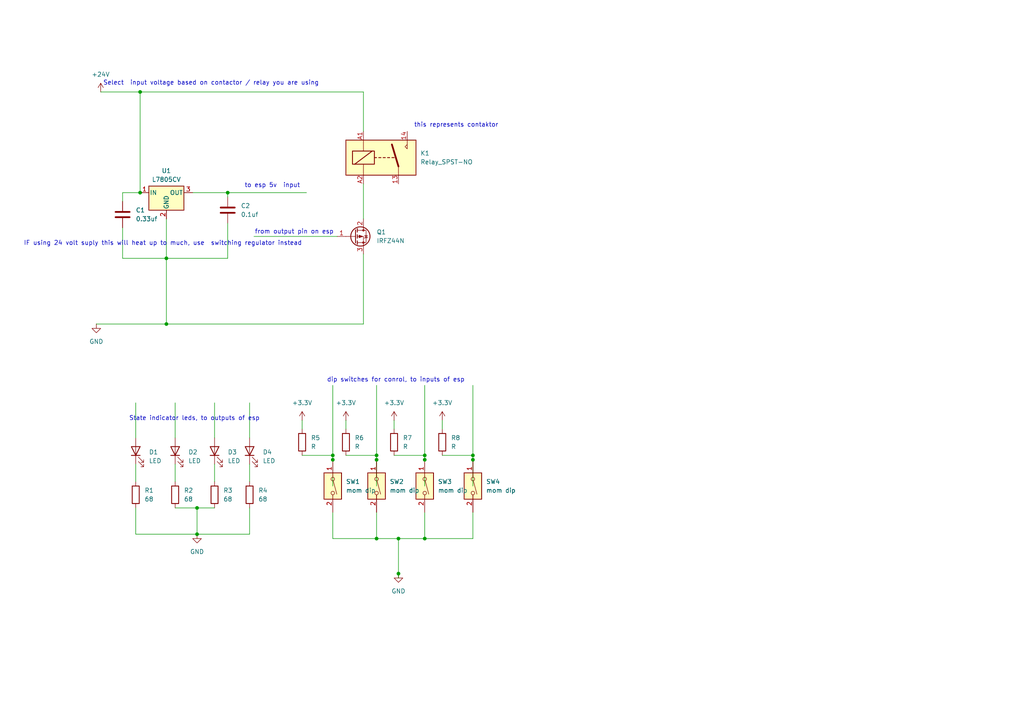
<source format=kicad_sch>
(kicad_sch (version 20231120) (generator "eeschema") (generator_version "8.0")
  (paper "A4")
  (lib_symbols
    (symbol "Device:C" (pin_numbers hide) (pin_names (offset 0.254))
      (property "Reference" "C" (at 0.635 2.54 0))
      (property "Value" "C" (at 0.635 -2.54 0))
      (symbol "C_0_1"
        (polyline (pts (xy -2.032 -0.762) (xy 2.032 -0.762)) (stroke (width 0.508)))
        (polyline (pts (xy -2.032 0.762) (xy 2.032 0.762)) (stroke (width 0.508)))
      )
      (symbol "C_1_1"
        (pin passive line (at 0 3.81 270) (length 2.794) (name "~") (number "1"))
        (pin passive line (at 0 -3.81 90) (length 2.794) (name "~") (number "2"))
      )
    )
    (symbol "Device:LED" (pin_numbers hide) (pin_names (offset 1.016) hide)
      (property "Reference" "D" (at 0 2.54 0))
      (property "Value" "LED" (at 0 -2.54 0))
      (symbol "LED_0_1"
        (polyline (pts (xy -1.27 -1.27) (xy -1.27 1.27)) (stroke (width 0.254)))
        (polyline (pts (xy -1.27 0) (xy 1.27 0)))
        (polyline (pts (xy 1.27 -1.27) (xy 1.27 1.27) (xy -1.27 0) (xy 1.27 -1.27)) (stroke (width 0.254)))
        (polyline (pts (xy -3.048 -0.762) (xy -4.572 -2.286) (xy -3.81 -2.286) (xy -4.572 -2.286) (xy -4.572 -1.524)))
        (polyline (pts (xy -1.778 -0.762) (xy -3.302 -2.286) (xy -2.54 -2.286) (xy -3.302 -2.286) (xy -3.302 -1.524)))
      )
      (symbol "LED_1_1"
        (pin passive line (at -3.81 0 0) (length 2.54) (name "K") (number "1"))
        (pin passive line (at 3.81 0 180) (length 2.54) (name "A") (number "2"))
      )
    )
    (symbol "Device:R" (pin_numbers hide) (pin_names (offset 0))
      (property "Reference" "R" (at 2.032 0 90))
      (property "Value" "R" (at 0 0 90))
      (symbol "R_0_1"
        (rectangle (start -1.016 -2.54) (end 1.016 2.54) (stroke (width 0.254)))
      )
      (symbol "R_1_1"
        (pin passive line (at 0 3.81 270) (length 1.27) (name "~") (number "1"))
        (pin passive line (at 0 -3.81 90) (length 1.27) (name "~") (number "2"))
      )
    )
    (symbol "Regulator_Linear:L7805" (pin_names (offset 0.254))
      (property "Reference" "U" (at -3.81 3.175 0))
      (property "Value" "L7805" (at 0 3.175 0))
      (symbol "L7805_0_1"
        (rectangle (start -5.08 1.905) (end 5.08 -5.08) (stroke (width 0.254)) (fill (type background)))
      )
      (symbol "L7805_1_1"
        (pin power_in line (at -7.62 0 0) (length 2.54) (name "IN") (number "1"))
        (pin power_in line (at 0 -7.62 90) (length 2.54) (name "GND") (number "2"))
        (pin power_out line (at 7.62 0 180) (length 2.54) (name "OUT") (number "3"))
      )
    )
    (symbol "Relay:Relay_SPST-NO"
      (property "Reference" "K" (at 11.43 3.81 0))
      (property "Value" "Relay_SPST-NO" (at 11.43 1.27 0))
      (symbol "Relay_SPST-NO_0_0"
        (polyline (pts (xy 7.62 5.08) (xy 7.62 2.54) (xy 6.985 3.175) (xy 7.62 3.81)))
      )
      (symbol "Relay_SPST-NO_0_1"
        (rectangle (start -10.16 5.08) (end 10.16 -5.08) (stroke (width 0.254)) (fill (type background)))
        (rectangle (start -8.255 1.905) (end -1.905 -1.905) (stroke (width 0.254)))
        (polyline (pts (xy -7.62 -1.905) (xy -2.54 1.905)) (stroke (width 0.254)))
        (polyline (pts (xy -5.08 -5.08) (xy -5.08 -1.905)))
        (polyline (pts (xy -5.08 5.08) (xy -5.08 1.905)))
        (polyline (pts (xy -1.905 0) (xy -1.27 0)) (stroke (width 0.254)))
        (polyline (pts (xy -0.635 0) (xy 0 0)) (stroke (width 0.254)))
        (polyline (pts (xy 0.635 0) (xy 1.27 0)) (stroke (width 0.254)))
        (polyline (pts (xy 1.905 0) (xy 2.54 0)) (stroke (width 0.254)))
        (polyline (pts (xy 3.175 0) (xy 3.81 0)) (stroke (width 0.254)))
        (polyline (pts (xy 5.08 -2.54) (xy 3.175 3.81)) (stroke (width 0.508)))
        (polyline (pts (xy 5.08 -2.54) (xy 5.08 -5.08)))
      )
      (symbol "Relay_SPST-NO_1_1"
        (pin passive line (at 5.08 -7.62 90) (length 2.54) (name "~") (number "13"))
        (pin passive line (at 7.62 7.62 270) (length 2.54) (name "~") (number "14"))
        (pin passive line (at -5.08 7.62 270) (length 2.54) (name "~") (number "A1"))
        (pin passive line (at -5.08 -7.62 90) (length 2.54) (name "~") (number "A2"))
      )
    )
    (symbol "Switch:SW_DIP_x01" (pin_names (offset 0) hide)
      (property "Reference" "SW" (at 0 3.81 0))
      (property "Value" "SW_DIP_x01" (at 0 -3.81 0))
      (symbol "SW_DIP_x01_0_0"
        (circle (center -2.032 0) (radius 0.508))
        (polyline (pts (xy -1.524 0.127) (xy 2.3622 1.1684)))
        (circle (center 2.032 0) (radius 0.508))
      )
      (symbol "SW_DIP_x01_0_1"
        (rectangle (start -3.81 2.54) (end 3.81 -2.54) (stroke (width 0.254)) (fill (type background)))
      )
      (symbol "SW_DIP_x01_1_1"
        (pin passive line (at -7.62 0 0) (length 5.08) (name "~") (number "1"))
        (pin passive line (at 7.62 0 180) (length 5.08) (name "~") (number "2"))
      )
    )
    (symbol "Transistor_FET:IRF4905" (pin_names hide)
      (property "Reference" "Q" (at 5.08 1.905 0))
      (property "Value" "IRF4905" (at 5.08 0 0))
      (symbol "IRF4905_0_1"
        (polyline (pts (xy 0.254 0) (xy -2.54 0)))
        (polyline (pts (xy 0.254 1.905) (xy 0.254 -1.905)) (stroke (width 0.254)))
        (polyline (pts (xy 0.762 -1.27) (xy 0.762 -2.286)) (stroke (width 0.254)))
        (polyline (pts (xy 0.762 0.508) (xy 0.762 -0.508)) (stroke (width 0.254)))
        (polyline (pts (xy 0.762 2.286) (xy 0.762 1.27)) (stroke (width 0.254)))
        (polyline (pts (xy 2.54 2.54) (xy 2.54 1.778)))
        (polyline (pts (xy 2.54 -2.54) (xy 2.54 0) (xy 0.762 0)))
        (polyline (pts (xy 0.762 1.778) (xy 3.302 1.778) (xy 3.302 -1.778) (xy 0.762 -1.778)))
        (polyline (pts (xy 2.286 0) (xy 1.27 0.381) (xy 1.27 -0.381) (xy 2.286 0)) (fill (type outline)))
        (polyline (pts (xy 2.794 -0.508) (xy 2.921 -0.381) (xy 3.683 -0.381) (xy 3.81 -0.254)))
        (polyline (pts (xy 3.302 -0.381) (xy 2.921 0.254) (xy 3.683 0.254) (xy 3.302 -0.381)))
        (circle (center 1.651 0) (radius 2.794) (stroke (width 0.254)))
        (circle (center 2.54 -1.778) (radius 0.254) (fill (type outline)))
        (circle (center 2.54 1.778) (radius 0.254) (fill (type outline)))
      )
      (symbol "IRF4905_1_1"
        (pin input line (at -5.08 0 0) (length 2.54) (name "G") (number "1"))
        (pin passive line (at 2.54 5.08 270) (length 2.54) (name "D") (number "2"))
        (pin passive line (at 2.54 -5.08 90) (length 2.54) (name "S") (number "3"))
      )
    )
    (symbol "power:+24V" (power) (pin_numbers hide) (pin_names (offset 0) hide)
      (property "Value" "+24V" (at 0 3.556 0))
      (symbol "+24V_0_1"
        (polyline (pts (xy -0.762 1.27) (xy 0 2.54)))
        (polyline (pts (xy 0 0) (xy 0 2.54)))
        (polyline (pts (xy 0 2.54) (xy 0.762 1.27)))
      )
      (symbol "+24V_1_1"
        (pin power_in line (at 0 0 90) (length 0) (name "~") (number "1"))
      )
    )
    (symbol "power:+3.3V" (power) (pin_numbers hide) (pin_names (offset 0) hide)
      (property "Value" "+3.3V" (at 0 3.556 0))
      (symbol "+3.3V_0_1"
        (polyline (pts (xy -0.762 1.27) (xy 0 2.54)))
        (polyline (pts (xy 0 0) (xy 0 2.54)))
        (polyline (pts (xy 0 2.54) (xy 0.762 1.27)))
      )
      (symbol "+3.3V_1_1"
        (pin power_in line (at 0 0 90) (length 0) (name "~") (number "1"))
      )
    )
    (symbol "power:GND" (power) (pin_numbers hide) (pin_names (offset 0) hide)
      (property "Value" "GND" (at 0 -3.81 0))
      (symbol "GND_0_1"
        (polyline (pts (xy 0 0) (xy 0 -1.27) (xy 1.27 -1.27) (xy 0 -2.54) (xy -1.27 -1.27) (xy 0 -1.27)))
      )
      (symbol "GND_1_1"
        (pin power_in line (at 0 0 270) (length 0) (name "~") (number "1"))
      )
    )
  )
  (junction (at 109.22 132.08))
  (junction (at 57.15 154.94))
  (junction (at 96.52 132.08))
  (junction (at 48.26 93.98))
  (junction (at 137.16 133.35))
  (junction (at 115.57 166.37))
  (junction (at 123.19 156.21))
  (junction (at 40.64 26.67))
  (junction (at 123.19 132.08))
  (junction (at 96.52 133.35))
  (junction (at 66.04 55.88))
  (junction (at 109.22 156.21))
  (junction (at 137.16 132.08))
  (junction (at 48.26 74.93))
  (junction (at 57.15 147.32))
  (junction (at 40.64 55.88))
  (junction (at 123.19 133.35))
  (junction (at 115.57 156.21))
  (junction (at 109.22 133.35))
  (wire (pts (xy 35.56 55.88) (xy 40.64 55.88)))
  (wire (pts (xy 96.52 132.08) (xy 96.52 133.35)))
  (wire (pts (xy 66.04 64.77) (xy 66.04 74.93)))
  (wire (pts (xy 115.57 166.37) (xy 115.57 167.64)))
  (wire (pts (xy 105.41 53.34) (xy 105.41 63.5)))
  (wire (pts (xy 57.15 154.94) (xy 57.15 147.32)))
  (wire (pts (xy 62.23 134.62) (xy 62.23 139.7)))
  (wire (pts (xy 96.52 140.97) (xy 96.52 133.35)))
  (wire (pts (xy 57.15 147.32) (xy 50.8 147.32)))
  (wire (pts (xy 109.22 140.97) (xy 109.22 133.35)))
  (wire (pts (xy 123.19 148.59) (xy 123.19 156.21)))
  (wire (pts (xy 40.64 26.67) (xy 105.41 26.67)))
  (wire (pts (xy 123.19 156.21) (xy 137.16 156.21)))
  (wire (pts (xy 57.15 154.94) (xy 39.37 154.94)))
  (wire (pts (xy 72.39 116.84) (xy 72.39 127)))
  (wire (pts (xy 73.66 68.58) (xy 97.79 68.58)))
  (wire (pts (xy 35.56 74.93) (xy 48.26 74.93)))
  (wire (pts (xy 137.16 148.59) (xy 137.16 156.21)))
  (wire (pts (xy 35.56 58.42) (xy 35.56 55.88)))
  (wire (pts (xy 109.22 111.76) (xy 109.22 132.08)))
  (wire (pts (xy 55.88 55.88) (xy 66.04 55.88)))
  (wire (pts (xy 87.63 132.08) (xy 96.52 132.08)))
  (wire (pts (xy 96.52 111.76) (xy 96.52 132.08)))
  (wire (pts (xy 50.8 134.62) (xy 50.8 139.7)))
  (wire (pts (xy 115.57 156.21) (xy 109.22 156.21)))
  (wire (pts (xy 115.57 156.21) (xy 123.19 156.21)))
  (wire (pts (xy 105.41 93.98) (xy 48.26 93.98)))
  (wire (pts (xy 39.37 154.94) (xy 39.37 147.32)))
  (wire (pts (xy 39.37 134.62) (xy 39.37 139.7)))
  (wire (pts (xy 66.04 74.93) (xy 48.26 74.93)))
  (wire (pts (xy 114.3 121.92) (xy 114.3 124.46)))
  (wire (pts (xy 96.52 156.21) (xy 109.22 156.21)))
  (wire (pts (xy 100.33 132.08) (xy 109.22 132.08)))
  (wire (pts (xy 137.16 111.76) (xy 137.16 132.08)))
  (wire (pts (xy 109.22 148.59) (xy 109.22 156.21)))
  (wire (pts (xy 87.63 121.92) (xy 87.63 124.46)))
  (wire (pts (xy 137.16 140.97) (xy 137.16 133.35)))
  (wire (pts (xy 109.22 132.08) (xy 109.22 133.35)))
  (wire (pts (xy 128.27 132.08) (xy 137.16 132.08)))
  (wire (pts (xy 62.23 116.84) (xy 62.23 127)))
  (wire (pts (xy 105.41 73.66) (xy 105.41 93.98)))
  (wire (pts (xy 66.04 55.88) (xy 88.9 55.88)))
  (wire (pts (xy 39.37 116.84) (xy 39.37 127)))
  (wire (pts (xy 114.3 132.08) (xy 123.19 132.08)))
  (wire (pts (xy 57.15 154.94) (xy 72.39 154.94)))
  (wire (pts (xy 105.41 26.67) (xy 105.41 38.1)))
  (wire (pts (xy 57.15 147.32) (xy 62.23 147.32)))
  (wire (pts (xy 48.26 93.98) (xy 27.94 93.98)))
  (wire (pts (xy 115.57 156.21) (xy 115.57 166.37)))
  (wire (pts (xy 72.39 134.62) (xy 72.39 139.7)))
  (wire (pts (xy 66.04 57.15) (xy 66.04 55.88)))
  (wire (pts (xy 96.52 148.59) (xy 96.52 156.21)))
  (wire (pts (xy 50.8 116.84) (xy 50.8 127)))
  (wire (pts (xy 40.64 55.88) (xy 40.64 26.67)))
  (wire (pts (xy 123.19 132.08) (xy 123.19 133.35)))
  (wire (pts (xy 123.19 111.76) (xy 123.19 132.08)))
  (wire (pts (xy 100.33 121.92) (xy 100.33 124.46)))
  (wire (pts (xy 35.56 66.04) (xy 35.56 74.93)))
  (wire (pts (xy 137.16 132.08) (xy 137.16 133.35)))
  (wire (pts (xy 48.26 74.93) (xy 48.26 63.5)))
  (wire (pts (xy 123.19 140.97) (xy 123.19 133.35)))
  (wire (pts (xy 128.27 121.92) (xy 128.27 124.46)))
  (wire (pts (xy 72.39 154.94) (xy 72.39 147.32)))
  (wire (pts (xy 48.26 74.93) (xy 48.26 93.98)))
  (wire (pts (xy 40.64 26.67) (xy 29.21 26.67)))
  (text "dip switches for conrol, to inputs of esp" (at 114.808 110.236 0) (effects (font (size 1.27 1.27))))
  (text "to esp 5v  input" (at 78.994 53.848 0) (effects (font (size 1.27 1.27))))
  (text "State indicator leds, to outputs of esp" (at 56.388 121.412 0) (effects (font (size 1.27 1.27))))
  (text "this represents contaktor" (at 132.334 36.322 0) (effects (font (size 1.27 1.27))))
  (text "from output pin on esp\n" (at 85.344 67.31 0) (effects (font (size 1.27 1.27))))
  (text "IF using 24 volt suply this will heat up to much, use  switching regulator instead" (at 47.244 70.612 0) (effects (font (size 1.27 1.27))))
  (text "Select  input voltage based on contactor / relay you are using" (at 61.214 24.13 0) (effects (font (size 1.27 1.27))))
  (symbol (lib_id "power:GND") (at 27.94 93.98 0) (unit 1)
    (property "Reference" "#PWR02" (effects (hide yes)))
    (property "Value" "GND" (at 27.94 99.06 0))
    (property "Description" "Power symbol creates a global label with name \"GND\" , ground" (effects (hide yes)))
  )
  (symbol (lib_id "power:+3.3V") (at 87.63 121.92 0) (unit 1)
    (property "Reference" "#PWR04" (effects (hide yes)))
    (property "Value" "+3.3V" (at 87.63 116.84 0))
    (property "Description" "Power symbol creates a global label with name \"+3.3V\"" (effects (hide yes)))
  )
  (symbol (lib_id "Device:LED") (at 62.23 130.81 90) (unit 1)
    (property "Reference" "D3" (at 66.04 131.1274 90) (effects (justify right)))
    (property "Value" "LED" (at 66.04 133.6674 90) (effects (justify right)))
    (property "Description" "Light emitting diode" (effects (hide yes)))
  )
  (symbol (lib_id "Device:R") (at 100.33 128.27 0) (unit 1)
    (property "Reference" "R6" (at 102.87 126.9999 0) (effects (justify left)))
    (property "Value" "R" (at 102.87 129.5399 0) (effects (justify left)))
    (property "Description" "Resistor" (effects (hide yes)))
  )
  (symbol (lib_id "Device:R") (at 87.63 128.27 0) (unit 1)
    (property "Reference" "R5" (at 90.17 126.9999 0) (effects (justify left)))
    (property "Value" "R" (at 90.17 129.5399 0) (effects (justify left)))
    (property "Description" "Resistor" (effects (hide yes)))
  )
  (symbol (lib_id "Device:LED") (at 39.37 130.81 90) (unit 1)
    (property "Reference" "D1" (at 43.18 131.1274 90) (effects (justify right)))
    (property "Value" "LED" (at 43.18 133.6674 90) (effects (justify right)))
    (property "Description" "Light emitting diode" (effects (hide yes)))
  )
  (symbol (lib_id "Device:LED") (at 50.8 130.81 90) (unit 1)
    (property "Reference" "D2" (at 54.61 131.1274 90) (effects (justify right)))
    (property "Value" "LED" (at 54.61 133.6674 90) (effects (justify right)))
    (property "Description" "Light emitting diode" (effects (hide yes)))
  )
  (symbol (lib_id "Regulator_Linear:L7805") (at 48.26 55.88 0) (unit 1)
    (property "Reference" "U1" (at 48.26 49.53 0))
    (property "Value" "L7805CV" (at 48.26 52.07 0))
    (property "Datasheet" "http://www.st.com/content/ccc/resource/technical/document/datasheet/41/4f/b3/b0/12/d4/47/88/CD00000444.pdf/files/CD00000444.pdf/jcr:content/translations/en.CD00000444.pdf" (effects (hide yes)))
    (property "Description" "Positive 1.5A 35V Linear Regulator, Fixed Output 5V, TO-220/TO-263/TO-252" (effects (hide yes)))
  )
  (symbol (lib_id "Device:R") (at 62.23 143.51 0) (unit 1)
    (property "Reference" "R3" (at 64.77 142.2399 0) (effects (justify left)))
    (property "Value" "68" (at 64.77 144.7799 0) (effects (justify left)))
    (property "Description" "Resistor" (effects (hide yes)))
  )
  (symbol (lib_id "Switch:SW_DIP_x01") (at 137.16 140.97 270) (unit 1)
    (property "Reference" "SW4" (at 140.97 139.6999 90) (effects (justify left)))
    (property "Value" "mom dip" (at 140.97 142.2399 90) (effects (justify left)))
    (property "Description" "1x DIP Switch, Single Pole Single Throw (SPST) switch, small symbol" (effects (hide yes)))
  )
  (symbol (lib_id "power:+3.3V") (at 128.27 121.92 0) (unit 1)
    (property "Reference" "#PWR010" (effects (hide yes)))
    (property "Value" "+3.3V" (at 128.27 116.84 0))
    (property "Description" "Power symbol creates a global label with name \"+3.3V\"" (effects (hide yes)))
  )
  (symbol (lib_id "Device:R") (at 114.3 128.27 0) (unit 1)
    (property "Reference" "R7" (at 116.84 126.9999 0) (effects (justify left)))
    (property "Value" "R" (at 116.84 129.5399 0) (effects (justify left)))
    (property "Description" "Resistor" (effects (hide yes)))
  )
  (symbol (lib_id "Transistor_FET:IRF4905") (at 102.87 68.58 0) (unit 1)
    (property "Reference" "Q1" (at 109.22 67.3099 0) (effects (justify left)))
    (property "Value" "IRFZ44N" (at 109.22 69.8499 0) (effects (justify left)))
    (property "Footprint" "Package_TO_SOT_THT:TO-220-3_Vertical" (effects (hide yes)))
    (property "Datasheet" "http://www.infineon.com/dgdl/irf4905.pdf?fileId=5546d462533600a4015355e32165197c" (effects (hide yes)))
    (property "Description" "-74A Id, -55V Vds, Single P-Channel HEXFET Power MOSFET, 20mOhm Ron, TO-220AB" (effects (hide yes)))
  )
  (symbol (lib_id "Device:R") (at 39.37 143.51 0) (unit 1)
    (property "Reference" "R1" (at 41.91 142.2399 0) (effects (justify left)))
    (property "Value" "68" (at 41.91 144.7799 0) (effects (justify left)))
    (property "Description" "Resistor" (effects (hide yes)))
  )
  (symbol (lib_id "power:+24V") (at 29.21 26.67 0) (unit 1)
    (property "Reference" "#PWR01" (effects (hide yes)))
    (property "Value" "+24V" (at 29.21 21.59 0))
    (property "Description" "Power symbol creates a global label with name \"+24V\"" (effects (hide yes)))
  )
  (symbol (lib_id "Device:R") (at 72.39 143.51 0) (unit 1)
    (property "Reference" "R4" (at 74.93 142.2399 0) (effects (justify left)))
    (property "Value" "68" (at 74.93 144.7799 0) (effects (justify left)))
    (property "Description" "Resistor" (effects (hide yes)))
  )
  (symbol (lib_id "Relay:Relay_SPST-NO") (at 110.49 45.72 0) (unit 1)
    (property "Reference" "K1" (at 121.92 44.4499 0) (effects (justify left)))
    (property "Value" "Relay_SPST-NO" (at 121.92 46.9899 0) (effects (justify left)))
    (property "Description" "Relay SPST, Normally Open, EN50005" (effects (hide yes)))
  )
  (symbol (lib_id "Device:C") (at 66.04 60.96 0) (unit 1)
    (property "Reference" "C2" (at 69.85 59.6899 0) (effects (justify left)))
    (property "Value" "0.1uf" (at 69.85 62.2299 0) (effects (justify left)))
    (property "Description" "Unpolarized capacitor" (effects (hide yes)))
  )
  (symbol (lib_id "power:GND") (at 115.57 166.37 0) (unit 1)
    (property "Reference" "#PWR05" (effects (hide yes)))
    (property "Value" "GND" (at 115.57 171.45 0))
    (property "Description" "Power symbol creates a global label with name \"GND\" , ground" (effects (hide yes)))
  )
  (symbol (lib_id "Device:LED") (at 72.39 130.81 90) (unit 1)
    (property "Reference" "D4" (at 76.2 131.1274 90) (effects (justify right)))
    (property "Value" "LED" (at 76.2 133.6674 90) (effects (justify right)))
    (property "Description" "Light emitting diode" (effects (hide yes)))
  )
  (symbol (lib_id "power:+3.3V") (at 114.3 121.92 0) (unit 1)
    (property "Reference" "#PWR08" (effects (hide yes)))
    (property "Value" "+3.3V" (at 114.3 116.84 0))
    (property "Description" "Power symbol creates a global label with name \"+3.3V\"" (effects (hide yes)))
  )
  (symbol (lib_id "Switch:SW_DIP_x01") (at 123.19 140.97 270) (unit 1)
    (property "Reference" "SW3" (at 127 139.6999 90) (effects (justify left)))
    (property "Value" "mom dip" (at 127 142.2399 90) (effects (justify left)))
    (property "Description" "1x DIP Switch, Single Pole Single Throw (SPST) switch, small symbol" (effects (hide yes)))
  )
  (symbol (lib_id "Device:R") (at 128.27 128.27 0) (unit 1)
    (property "Reference" "R8" (at 130.81 126.9999 0) (effects (justify left)))
    (property "Value" "R" (at 130.81 129.5399 0) (effects (justify left)))
    (property "Description" "Resistor" (effects (hide yes)))
  )
  (symbol (lib_id "Switch:SW_DIP_x01") (at 96.52 140.97 270) (unit 1)
    (property "Reference" "SW1" (at 100.33 139.6999 90) (effects (justify left)))
    (property "Value" "mom dip" (at 100.33 142.2399 90) (effects (justify left)))
    (property "Description" "1x DIP Switch, Single Pole Single Throw (SPST) switch, small symbol" (effects (hide yes)))
  )
  (symbol (lib_id "Device:C") (at 35.56 62.23 0) (unit 1)
    (property "Reference" "C1" (at 39.37 60.9599 0) (effects (justify left)))
    (property "Value" "0.33uf" (at 39.37 63.4999 0) (effects (justify left)))
    (property "Description" "Unpolarized capacitor" (effects (hide yes)))
  )
  (symbol (lib_id "Device:R") (at 50.8 143.51 0) (unit 1)
    (property "Reference" "R2" (at 53.34 142.2399 0) (effects (justify left)))
    (property "Value" "68" (at 53.34 144.7799 0) (effects (justify left)))
    (property "Description" "Resistor" (effects (hide yes)))
  )
  (symbol (lib_id "power:GND") (at 57.15 154.94 0) (unit 1)
    (property "Reference" "#PWR03" (effects (hide yes)))
    (property "Value" "GND" (at 57.15 160.02 0))
    (property "Description" "Power symbol creates a global label with name \"GND\" , ground" (effects (hide yes)))
  )
  (symbol (lib_id "power:+3.3V") (at 100.33 121.92 0) (unit 1)
    (property "Reference" "#PWR06" (effects (hide yes)))
    (property "Value" "+3.3V" (at 100.33 116.84 0))
    (property "Description" "Power symbol creates a global label with name \"+3.3V\"" (effects (hide yes)))
  )
  (symbol (lib_id "Switch:SW_DIP_x01") (at 109.22 140.97 270) (unit 1)
    (property "Reference" "SW2" (at 113.03 139.6999 90) (effects (justify left)))
    (property "Value" "mom dip" (at 113.03 142.2399 90) (effects (justify left)))
    (property "Description" "1x DIP Switch, Single Pole Single Throw (SPST) switch, small symbol" (effects (hide yes)))
  )
)
</source>
